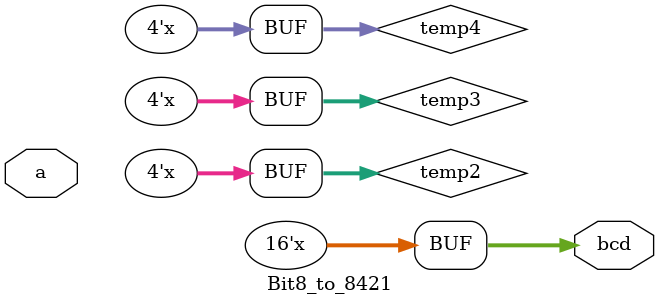
<source format=v>
`timescale 1ns / 1ps

module Bit8_to_8421 (
    input      [ 7:0] a,
    output reg [15:0] bcd
);
    reg [3:0] temp1, temp2, temp3, temp4;
    always @(*) begin
        temp1 <= a / 1000;
        temp2 <= (a - temp1 * 1000) / 100;
        temp3 <= (a - temp1 * 1000 - temp2 * 100) / 10;
        temp4 <= a - temp1 * 1000 - temp2 * 100 - temp3 * 10;
        bcd   <= {temp1, temp2, temp3, temp4};
    end
endmodule

</source>
